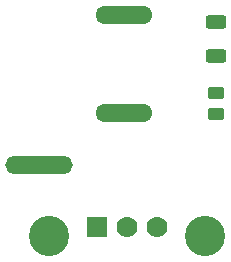
<source format=gbr>
%TF.GenerationSoftware,KiCad,Pcbnew,7.0.10-7.0.10~ubuntu22.04.1*%
%TF.CreationDate,2024-01-21T09:39:32-08:00*%
%TF.ProjectId,potentiometer_adapter,706f7465-6e74-4696-9f6d-657465725f61,rev?*%
%TF.SameCoordinates,Original*%
%TF.FileFunction,Soldermask,Bot*%
%TF.FilePolarity,Negative*%
%FSLAX46Y46*%
G04 Gerber Fmt 4.6, Leading zero omitted, Abs format (unit mm)*
G04 Created by KiCad (PCBNEW 7.0.10-7.0.10~ubuntu22.04.1) date 2024-01-21 09:39:32*
%MOMM*%
%LPD*%
G01*
G04 APERTURE LIST*
G04 Aperture macros list*
%AMRoundRect*
0 Rectangle with rounded corners*
0 $1 Rounding radius*
0 $2 $3 $4 $5 $6 $7 $8 $9 X,Y pos of 4 corners*
0 Add a 4 corners polygon primitive as box body*
4,1,4,$2,$3,$4,$5,$6,$7,$8,$9,$2,$3,0*
0 Add four circle primitives for the rounded corners*
1,1,$1+$1,$2,$3*
1,1,$1+$1,$4,$5*
1,1,$1+$1,$6,$7*
1,1,$1+$1,$8,$9*
0 Add four rect primitives between the rounded corners*
20,1,$1+$1,$2,$3,$4,$5,0*
20,1,$1+$1,$4,$5,$6,$7,0*
20,1,$1+$1,$6,$7,$8,$9,0*
20,1,$1+$1,$8,$9,$2,$3,0*%
G04 Aperture macros list end*
%ADD10C,3.403600*%
%ADD11R,1.778000X1.778000*%
%ADD12C,1.778000*%
%ADD13O,4.826000X1.524000*%
%ADD14O,5.715000X1.524000*%
%ADD15RoundRect,0.250000X0.450000X-0.262500X0.450000X0.262500X-0.450000X0.262500X-0.450000X-0.262500X0*%
%ADD16RoundRect,0.250000X-0.625000X0.312500X-0.625000X-0.312500X0.625000X-0.312500X0.625000X0.312500X0*%
G04 APERTURE END LIST*
D10*
%TO.C,J1*%
X121666000Y-94742000D03*
X108458000Y-94742000D03*
D11*
X112522000Y-93980000D03*
D12*
X115062000Y-93980000D03*
X117602000Y-93980000D03*
%TD*%
D13*
%TO.C,RV1*%
X114808000Y-84378800D03*
D14*
X107632500Y-88770460D03*
D13*
X114808000Y-76050140D03*
%TD*%
D15*
%TO.C,R1*%
X122555000Y-84455000D03*
X122555000Y-82630000D03*
%TD*%
D16*
%TO.C,D1*%
X122555000Y-76642500D03*
X122555000Y-79567500D03*
%TD*%
M02*

</source>
